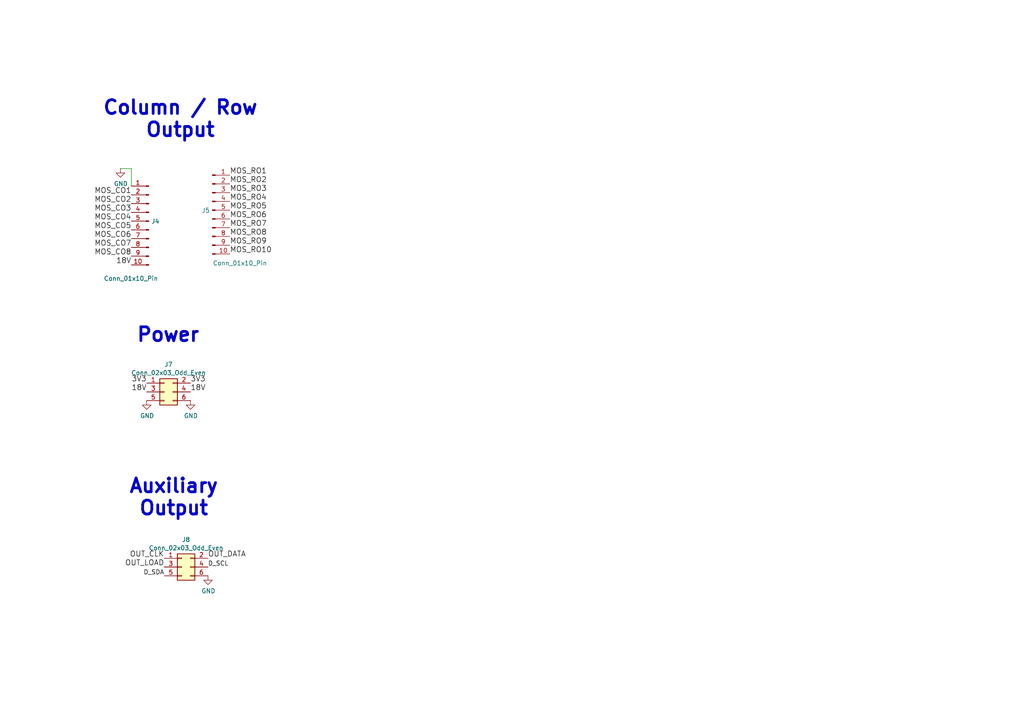
<source format=kicad_sch>
(kicad_sch (version 20231120) (generator "eeschema") (generator_version "8.0")
  (paper "A4")
  (title_block (title "Afterglow 3.0 Hat") (rev "1.0") (company "bitfield labs"))
  (lib_symbols
    (symbol "Connector:Conn_01x10_Pin" (pin_names (offset 1.016) hide)
      (property "Reference" "J" (at 0 12.7 0))
      (property "Value" "Conn_01x10_Pin" (at 0 -15.24 0))
      (symbol "Conn_01x10_Pin_1_1"
        (polyline (pts (xy 1.27 -12.7) (xy 0.8636 -12.7)) (stroke (width 0.1524)))
        (polyline (pts (xy 1.27 -10.16) (xy 0.8636 -10.16)) (stroke (width 0.1524)))
        (polyline (pts (xy 1.27 -7.62) (xy 0.8636 -7.62)) (stroke (width 0.1524)))
        (polyline (pts (xy 1.27 -5.08) (xy 0.8636 -5.08)) (stroke (width 0.1524)))
        (polyline (pts (xy 1.27 -2.54) (xy 0.8636 -2.54)) (stroke (width 0.1524)))
        (polyline (pts (xy 1.27 0) (xy 0.8636 0)) (stroke (width 0.1524)))
        (polyline (pts (xy 1.27 2.54) (xy 0.8636 2.54)) (stroke (width 0.1524)))
        (polyline (pts (xy 1.27 5.08) (xy 0.8636 5.08)) (stroke (width 0.1524)))
        (polyline (pts (xy 1.27 7.62) (xy 0.8636 7.62)) (stroke (width 0.1524)))
        (polyline (pts (xy 1.27 10.16) (xy 0.8636 10.16)) (stroke (width 0.1524)))
        (rectangle (start 0.8636 -12.573) (end 0 -12.827) (stroke (width 0.1524)) (fill (type outline)))
        (rectangle (start 0.8636 -10.033) (end 0 -10.287) (stroke (width 0.1524)) (fill (type outline)))
        (rectangle (start 0.8636 -7.493) (end 0 -7.747) (stroke (width 0.1524)) (fill (type outline)))
        (rectangle (start 0.8636 -4.953) (end 0 -5.207) (stroke (width 0.1524)) (fill (type outline)))
        (rectangle (start 0.8636 -2.413) (end 0 -2.667) (stroke (width 0.1524)) (fill (type outline)))
        (rectangle (start 0.8636 0.127) (end 0 -0.127) (stroke (width 0.1524)) (fill (type outline)))
        (rectangle (start 0.8636 2.667) (end 0 2.413) (stroke (width 0.1524)) (fill (type outline)))
        (rectangle (start 0.8636 5.207) (end 0 4.953) (stroke (width 0.1524)) (fill (type outline)))
        (rectangle (start 0.8636 7.747) (end 0 7.493) (stroke (width 0.1524)) (fill (type outline)))
        (rectangle (start 0.8636 10.287) (end 0 10.033) (stroke (width 0.1524)) (fill (type outline)))
        (pin passive line (at 5.08 10.16 180) (length 3.81) (name "Pin_1") (number "1"))
        (pin passive line (at 5.08 -12.7 180) (length 3.81) (name "Pin_10") (number "10"))
        (pin passive line (at 5.08 7.62 180) (length 3.81) (name "Pin_2") (number "2"))
        (pin passive line (at 5.08 5.08 180) (length 3.81) (name "Pin_3") (number "3"))
        (pin passive line (at 5.08 2.54 180) (length 3.81) (name "Pin_4") (number "4"))
        (pin passive line (at 5.08 0 180) (length 3.81) (name "Pin_5") (number "5"))
        (pin passive line (at 5.08 -2.54 180) (length 3.81) (name "Pin_6") (number "6"))
        (pin passive line (at 5.08 -5.08 180) (length 3.81) (name "Pin_7") (number "7"))
        (pin passive line (at 5.08 -7.62 180) (length 3.81) (name "Pin_8") (number "8"))
        (pin passive line (at 5.08 -10.16 180) (length 3.81) (name "Pin_9") (number "9"))
      )
    )
    (symbol "Connector_Generic:Conn_02x03_Odd_Even" (pin_names (offset 1.016) hide)
      (property "Reference" "J" (at 1.27 5.08 0))
      (property "Value" "Conn_02x03_Odd_Even" (at 1.27 -5.08 0))
      (symbol "Conn_02x03_Odd_Even_1_1"
        (rectangle (start -1.27 -2.413) (end 0 -2.667) (stroke (width 0.1524)))
        (rectangle (start -1.27 0.127) (end 0 -0.127) (stroke (width 0.1524)))
        (rectangle (start -1.27 2.667) (end 0 2.413) (stroke (width 0.1524)))
        (rectangle (start -1.27 3.81) (end 3.81 -3.81) (stroke (width 0.254)) (fill (type background)))
        (rectangle (start 3.81 -2.413) (end 2.54 -2.667) (stroke (width 0.1524)))
        (rectangle (start 3.81 0.127) (end 2.54 -0.127) (stroke (width 0.1524)))
        (rectangle (start 3.81 2.667) (end 2.54 2.413) (stroke (width 0.1524)))
        (pin passive line (at -5.08 2.54 0) (length 3.81) (name "Pin_1") (number "1"))
        (pin passive line (at 7.62 2.54 180) (length 3.81) (name "Pin_2") (number "2"))
        (pin passive line (at -5.08 0 0) (length 3.81) (name "Pin_3") (number "3"))
        (pin passive line (at 7.62 0 180) (length 3.81) (name "Pin_4") (number "4"))
        (pin passive line (at -5.08 -2.54 0) (length 3.81) (name "Pin_5") (number "5"))
        (pin passive line (at 7.62 -2.54 180) (length 3.81) (name "Pin_6") (number "6"))
      )
    )
    (symbol "power:GND" (power) (pin_names (offset 0))
      (property "Value" "GND" (at 0 -3.81 0))
      (symbol "GND_0_1"
        (polyline (pts (xy 0 0) (xy 0 -1.27) (xy 1.27 -1.27) (xy 0 -2.54) (xy -1.27 -1.27) (xy 0 -1.27)))
      )
      (symbol "GND_1_1"
        (pin power_in line (at 0 0 270) (length 0) hide (name "GND") (number "1"))
      )
    )
  )
  (wire (pts (xy 38.1 48.895) (xy 34.925 48.895)))
  (wire (pts (xy 38.1 53.975) (xy 38.1 48.895)))
  (text "Auxiliary\nOutput" (at 50.419 149.86 0) (effects (font (size 4 4) (thickness 0.8) (bold yes)) (justify bottom)))
  (text "Column / Row\nOutput" (at 52.324 40.132 0) (effects (font (size 4 4) (thickness 0.8) (bold yes)) (justify bottom)))
  (text "Power" (at 48.768 99.568 0) (effects (font (size 4 4) (thickness 0.8) (bold yes)) (justify bottom)))
  (label "MOS_CO4" (at 38.1 64.135 180) (effects (font (size 1.524 1.524))))
  (label "MOS_RO2" (at 66.675 53.34 0) (effects (font (size 1.524 1.524))))
  (label "MOS_RO7" (at 66.675 66.04 0) (effects (font (size 1.524 1.524))))
  (label "OUT_CLK" (at 47.625 161.925 180) (effects (font (size 1.524 1.524))))
  (label "MOS_CO8" (at 38.1 74.295 180) (effects (font (size 1.524 1.524))))
  (label "OUT_DATA" (at 60.325 161.925 0) (effects (font (size 1.524 1.524))))
  (label "MOS_CO5" (at 38.1 66.675 180) (effects (font (size 1.524 1.524))))
  (label "MOS_RO10" (at 66.675 73.66 0) (effects (font (size 1.524 1.524))))
  (label "MOS_CO7" (at 38.1 71.755 180) (effects (font (size 1.524 1.524))))
  (label "MOS_RO6" (at 66.675 63.5 0) (effects (font (size 1.524 1.524))))
  (label "MOS_RO3" (at 66.675 55.88 0) (effects (font (size 1.524 1.524))))
  (label "MOS_RO4" (at 66.675 58.42 0) (effects (font (size 1.524 1.524))))
  (label "MOS_CO2" (at 38.1 59.055 180) (effects (font (size 1.524 1.524))))
  (label "D_SCL" (at 60.325 164.465 0))
  (label "MOS_CO1" (at 38.1 56.515 180) (effects (font (size 1.524 1.524))))
  (label "D_SDA" (at 47.625 167.005 180))
  (label "MOS_RO5" (at 66.675 60.96 0) (effects (font (size 1.524 1.524))))
  (label "OUT_LOAD" (at 47.625 164.465 180) (effects (font (size 1.524 1.524))))
  (label "18V" (at 42.545 113.665 180) (effects (font (size 1.524 1.524))))
  (label "MOS_RO1" (at 66.675 50.8 0) (effects (font (size 1.524 1.524))))
  (label "MOS_CO3" (at 38.1 61.595 180) (effects (font (size 1.524 1.524))))
  (label "MOS_RO8" (at 66.675 68.58 0) (effects (font (size 1.524 1.524))))
  (label "MOS_CO6" (at 38.1 69.215 180) (effects (font (size 1.524 1.524))))
  (label "3V3" (at 42.545 111.125 180) (effects (font (size 1.524 1.524))))
  (label "MOS_RO9" (at 66.675 71.12 0) (effects (font (size 1.524 1.524))))
  (label "18V" (at 55.245 113.665 0) (effects (font (size 1.524 1.524))))
  (label "18V" (at 38.1 76.835 180) (effects (font (size 1.524 1.524))))
  (label "3V3" (at 55.245 111.125 0) (effects (font (size 1.524 1.524))))
  (symbol (lib_id "power:GND") (at 42.545 116.205 0) (unit 1)
    (property "Reference" "#PWR033" (effects (hide yes)))
    (property "Value" "GND" (at 42.672 120.5992 0))
  )
  (symbol (lib_id "power:GND") (at 55.245 116.205 0) (unit 1)
    (property "Reference" "#PWR035" (effects (hide yes)))
    (property "Value" "GND" (at 55.372 120.5992 0))
  )
  (symbol (lib_id "Connector:Conn_01x10_Pin") (at 43.18 64.135 0) (mirror y) (unit 1)
    (property "Reference" "J4" (at 43.8912 64.1929 0) (effects (justify right)))
    (property "Value" "Conn_01x10_Pin" (at 30.099 80.772 0) (effects (justify right)))
    (property "Footprint" "Connector_PinHeader_2.54mm:PinHeader_1x10_P2.54mm_Vertical" (effects (hide yes)))
  )
  (symbol (lib_id "power:GND") (at 34.925 48.895 0) (unit 1)
    (property "Reference" "#PWR028" (effects (hide yes)))
    (property "Value" "GND" (at 35.052 53.2892 0))
  )
  (symbol (lib_id "Connector_Generic:Conn_02x03_Odd_Even") (at 52.705 164.465 0) (unit 1)
    (property "Reference" "J8" (at 53.975 156.5107 0))
    (property "Value" "Conn_02x03_Odd_Even" (at 53.975 158.9349 0))
    (property "Footprint" "Connector_PinHeader_2.54mm:PinHeader_2x03_P2.54mm_Vertical" (effects (hide yes)))
    (property "JLCPCB" "C92272" (effects (hide yes)))
  )
  (symbol (lib_id "Connector:Conn_01x10_Pin") (at 61.595 60.96 0) (unit 1)
    (property "Reference" "J5" (at 60.8838 61.0179 0) (effects (justify right)))
    (property "Value" "Conn_01x10_Pin" (at 77.47 76.327 0) (effects (justify right)))
    (property "Footprint" "Connector_PinHeader_2.54mm:PinHeader_1x10_P2.54mm_Vertical" (effects (hide yes)))
  )
  (symbol (lib_id "Connector_Generic:Conn_02x03_Odd_Even") (at 47.625 113.665 0) (unit 1)
    (property "Reference" "J7" (at 48.895 105.7107 0))
    (property "Value" "Conn_02x03_Odd_Even" (at 48.895 108.1349 0))
    (property "Footprint" "Connector_PinHeader_2.54mm:PinHeader_2x03_P2.54mm_Vertical" (effects (hide yes)))
    (property "JLCPCB" "C92272" (effects (hide yes)))
  )
  (symbol (lib_id "power:GND") (at 60.325 167.005 0) (unit 1)
    (property "Reference" "#PWR036" (effects (hide yes)))
    (property "Value" "GND" (at 60.452 171.3992 0))
  )
)
</source>
